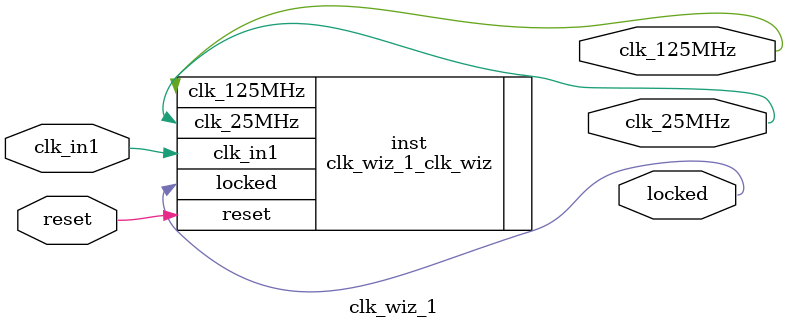
<source format=v>


`timescale 1ps/1ps

(* CORE_GENERATION_INFO = "clk_wiz_1,clk_wiz_v6_0_11_0_0,{component_name=clk_wiz_1,use_phase_alignment=true,use_min_o_jitter=false,use_max_i_jitter=false,use_dyn_phase_shift=false,use_inclk_switchover=false,use_dyn_reconfig=false,enable_axi=0,feedback_source=FDBK_AUTO,PRIMITIVE=MMCM,num_out_clk=2,clkin1_period=10.000,clkin2_period=10.000,use_power_down=false,use_reset=true,use_locked=true,use_inclk_stopped=false,feedback_type=SINGLE,CLOCK_MGR_TYPE=NA,manual_override=false}" *)

module clk_wiz_1 
 (
  // Clock out ports
  output        clk_25MHz,
  output        clk_125MHz,
  // Status and control signals
  input         reset,
  output        locked,
 // Clock in ports
  input         clk_in1
 );

  clk_wiz_1_clk_wiz inst
  (
  // Clock out ports  
  .clk_25MHz(clk_25MHz),
  .clk_125MHz(clk_125MHz),
  // Status and control signals               
  .reset(reset), 
  .locked(locked),
 // Clock in ports
  .clk_in1(clk_in1)
  );

endmodule

</source>
